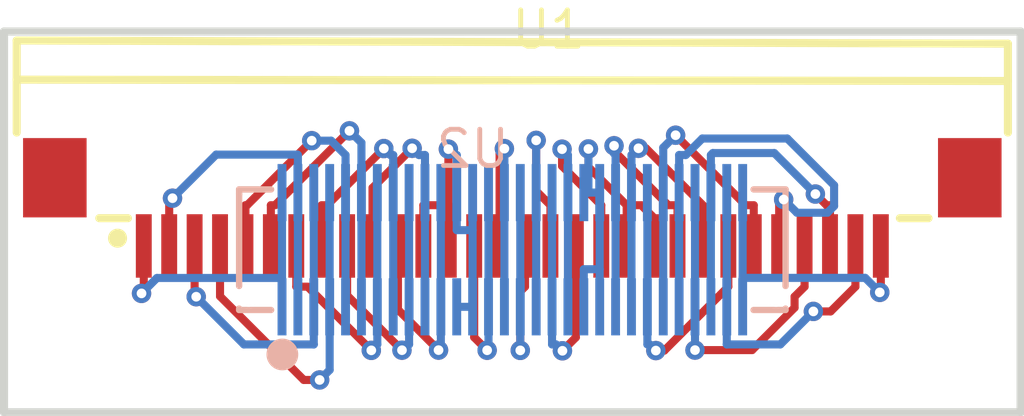
<source format=kicad_pcb>
(kicad_pcb (version 20171130) (host pcbnew "(5.1.5)-3") (page "A4") (layers (0 "F.Cu" signal) (31 "B.Cu" signal) (32 "B.Adhes" user) (33 "F.Adhes" user) (34 "B.Paste" user) (35 "F.Paste" user) (36 "B.SilkS" user) (37 "F.SilkS" user) (38 "B.Mask" user) (39 "F.Mask" user) (40 "Dwgs.User" user) (41 "Cmts.User" user) (42 "Eco1.User" user) (43 "Eco2.User" user) (44 "Edge.Cuts" user) (45 "Margin" user) (46 "B.CrtYd" user) (47 "F.CrtYd" user) (48 "B.Fab" user hide) (49 "F.Fab" user hide)) (net 0 "") (net 1 "P1") (net 2 "P10") (net 3 "P11") (net 4 "P12") (net 5 "P14") (net 6 "P15") (net 7 "P16") (net 8 "P17") (net 9 "P18") (net 10 "P19") (net 11 "P2") (net 12 "P20") (net 13 "P22") (net 14 "P23") (net 15 "P24") (net 16 "P25") (net 17 "P26") (net 18 "P27") (net 19 "P28") (net 20 "P29") (net 21 "P3") (net 22 "P30") (net 23 "P31") (net 24 "P32") (net 25 "P4") (net 26 "P5") (net 27 "P6") (net 28 "P7") (net 29 "P8") (net 30 "P9") (segment (start 15.787 64.928) (end 15.787 68.528) (width 0.254) (layer "B.Cu") (net 25)) (segment (start 15.471 70.833) (end 15.787 70.517) (width 0.254) (layer "B.Cu") (net 25)) (segment (start 15.787 70.517) (end 15.787 68.528) (width 0.254) (layer "B.Cu") (net 25)) (segment (start 16.787 68.528) (end 16.787 64.928) (width 0.254) (layer "B.Cu") (net 27)) (segment (start 16.787 64.928) (end 16.787 63.358) (width 0.254) (layer "B.Cu") (net 27)) (segment (start 16.787 63.358) (end 16.41 62.982) (width 0.254) (layer "B.Cu") (net 27)) (segment (start 19.287 68.528) (end 19.287 64.928) (width 0.254) (layer "B.Cu") (net 3)) (segment (start 19.287 69.712) (end 19.214 69.784) (width 0.254) (layer "B.Cu") (net 3)) (segment (start 19.214 69.784) (end 19.214 69.893) (width 0.254) (layer "B.Cu") (net 3)) (segment (start 19.287 68.528) (end 19.287 69.712) (width 0.254) (layer "B.Cu") (net 3)) (segment (start 18.287 64.928) (end 18.287 68.528) (width 0.254) (layer "B.Cu") (net 30)) (segment (start 18.287 69.712) (end 18.246 69.712) (width 0.254) (layer "B.Cu") (net 30)) (segment (start 18.246 69.712) (end 18.063 69.895) (width 0.254) (layer "B.Cu") (net 30)) (segment (start 18.287 68.528) (end 18.287 69.712) (width 0.254) (layer "B.Cu") (net 30)) (segment (start 18.787 68.528) (end 18.787 64.928) (width 0.254) (layer "B.Cu") (net 2)) (segment (start 18.787 63.744) (end 18.595 63.744) (width 0.254) (layer "B.Cu") (net 2)) (segment (start 18.595 63.744) (end 18.383 63.532) (width 0.254) (layer "B.Cu") (net 2)) (segment (start 18.787 64.928) (end 18.787 63.744) (width 0.254) (layer "B.Cu") (net 2)) (segment (start 22.787 69.712) (end 22.912 69.712) (width 0.254) (layer "B.Cu") (net 9)) (segment (start 22.912 69.712) (end 23.114 69.914) (width 0.254) (layer "B.Cu") (net 9)) (segment (start 22.787 68.528) (end 22.787 69.712) (width 0.254) (layer "B.Cu") (net 9)) (segment (start 22.787 64.928) (end 22.787 68.528) (width 0.254) (layer "B.Cu") (net 9)) (segment (start 21.787 68.528) (end 21.787 64.928) (width 0.254) (layer "B.Cu") (net 7)) (segment (start 21.787 69.901) (end 21.787 68.528) (width 0.254) (layer "B.Cu") (net 7)) (segment (start 24.787 68.528) (end 24.787 64.928) (width 0.254) (layer "B.Cu") (net 13)) (segment (start 24.787 63.744) (end 24.738 63.696) (width 0.254) (layer "B.Cu") (net 13)) (segment (start 24.738 63.696) (end 24.738 63.452) (width 0.254) (layer "B.Cu") (net 13)) (segment (start 24.787 64.928) (end 24.787 63.744) (width 0.254) (layer "B.Cu") (net 13)) (segment (start 26.287 68.528) (end 26.287 64.928) (width 0.254) (layer "B.Cu") (net 16)) (segment (start 26.287 64.928) (end 26.287 63.51) (width 0.254) (layer "B.Cu") (net 16)) (segment (start 26.287 63.51) (end 26.676 63.12) (width 0.254) (layer "B.Cu") (net 16)) (segment (start 23.787 68.528) (end 23.787 67.344) (width 0.254) (layer "B.Cu") (net 12)) (segment (start 24.287 67.344) (end 23.787 67.344) (width 0.254) (layer "B.Cu") (net 12)) (segment (start 24.287 64.928) (end 24.287 67.344) (width 0.254) (layer "B.Cu") (net 12)) (segment (start 24.287 67.344) (end 24.287 68.528) (width 0.254) (layer "B.Cu") (net 12)) (segment (start 23.932 64.928) (end 23.932 63.552) (width 0.254) (layer "B.Cu") (net 12)) (segment (start 24.287 64.928) (end 23.932 64.928) (width 0.254) (layer "B.Cu") (net 12)) (segment (start 23.932 64.928) (end 23.787 64.928) (width 0.254) (layer "B.Cu") (net 12)) (segment (start 20.287 68.528) (end 19.787 68.528) (width 0.254) (layer "B.Cu") (net 4)) (segment (start 19.787 63.744) (end 19.709 63.744) (width 0.254) (layer "B.Cu") (net 4)) (segment (start 19.709 63.744) (end 19.524 63.559) (width 0.254) (layer "B.Cu") (net 4)) (segment (start 19.787 64.928) (end 19.787 63.744) (width 0.254) (layer "B.Cu") (net 4)) (segment (start 19.787 64.928) (end 19.787 66.112) (width 0.254) (layer "B.Cu") (net 4)) (segment (start 20.287 66.112) (end 19.787 66.112) (width 0.254) (layer "B.Cu") (net 4)) (segment (start 20.287 64.928) (end 20.287 66.112) (width 0.254) (layer "B.Cu") (net 4)) (segment (start 20.287 66.112) (end 20.287 68.528) (width 0.254) (layer "B.Cu") (net 4)) (segment (start 26.787 68.528) (end 26.787 64.928) (width 0.254) (layer "B.Cu") (net 17)) (segment (start 26.787 64.928) (end 26.787 63.744) (width 0.254) (layer "B.Cu") (net 17)) (segment (start 26.787 63.744) (end 26.996 63.744) (width 0.254) (layer "B.Cu") (net 17)) (segment (start 26.996 63.744) (end 27.516 63.224) (width 0.254) (layer "B.Cu") (net 17)) (segment (start 27.516 63.224) (end 30.191 63.224) (width 0.254) (layer "B.Cu") (net 17)) (segment (start 30.191 63.224) (end 31.665 64.698) (width 0.254) (layer "B.Cu") (net 17)) (segment (start 31.665 64.698) (end 31.665 65.352) (width 0.254) (layer "B.Cu") (net 17)) (segment (start 31.665 65.352) (end 31.454 65.563) (width 0.254) (layer "B.Cu") (net 17)) (segment (start 31.454 65.563) (end 30.495 65.563) (width 0.254) (layer "B.Cu") (net 17)) (segment (start 30.495 65.563) (end 30.077 65.146) (width 0.254) (layer "B.Cu") (net 17)) (segment (start 27.787 64.928) (end 27.787 68.528) (width 0.254) (layer "B.Cu") (net 19)) (segment (start 27.787 64.928) (end 27.787 63.744) (width 0.254) (layer "B.Cu") (net 19)) (segment (start 27.787 63.744) (end 27.849 63.682) (width 0.254) (layer "B.Cu") (net 19)) (segment (start 27.849 63.682) (end 29.784 63.682) (width 0.254) (layer "B.Cu") (net 19)) (segment (start 29.784 63.682) (end 31.076 64.974) (width 0.254) (layer "B.Cu") (net 19)) (segment (start 27.287 64.928) (end 27.287 68.528) (width 0.254) (layer "B.Cu") (net 18)) (segment (start 27.287 68.528) (end 27.287 69.892) (width 0.254) (layer "B.Cu") (net 18)) (segment (start 28.787 64.928) (end 28.787 67.616) (width 0.254) (layer "B.Cu") (net 22)) (segment (start 28.787 67.616) (end 28.787 68.528) (width 0.254) (layer "B.Cu") (net 22)) (segment (start 28.787 67.616) (end 32.645 67.616) (width 0.254) (layer "B.Cu") (net 22)) (segment (start 32.645 67.616) (end 33.102 68.073) (width 0.254) (layer "B.Cu") (net 22)) (segment (start 28.287 68.528) (end 28.287 64.928) (width 0.254) (layer "B.Cu") (net 20)) (segment (start 28.287 68.528) (end 28.287 69.712) (width 0.254) (layer "B.Cu") (net 20)) (segment (start 28.287 69.712) (end 28.288 69.713) (width 0.254) (layer "B.Cu") (net 20)) (segment (start 28.288 69.713) (end 29.973 69.713) (width 0.254) (layer "B.Cu") (net 20)) (segment (start 29.973 69.713) (end 31.013 68.673) (width 0.254) (layer "B.Cu") (net 20)) (segment (start 23.287 68.528) (end 23.287 64.928) (width 0.254) (layer "B.Cu") (net 10)) (segment (start 23.287 64.928) (end 23.287 63.744) (width 0.254) (layer "B.Cu") (net 10)) (segment (start 23.287 63.744) (end 23.102 63.56) (width 0.254) (layer "B.Cu") (net 10)) (segment (start 25.787 64.928) (end 25.787 68.528) (width 0.254) (layer "B.Cu") (net 15)) (segment (start 25.787 69.712) (end 25.859 69.712) (width 0.254) (layer "B.Cu") (net 15)) (segment (start 25.859 69.712) (end 26.054 69.907) (width 0.254) (layer "B.Cu") (net 15)) (segment (start 25.787 68.528) (end 25.787 69.712) (width 0.254) (layer "B.Cu") (net 15)) (segment (start 25.287 68.528) (end 25.287 64.928) (width 0.254) (layer "B.Cu") (net 14)) (segment (start 25.287 63.744) (end 25.295 63.744) (width 0.254) (layer "B.Cu") (net 14)) (segment (start 25.295 63.744) (end 25.507 63.532) (width 0.254) (layer "B.Cu") (net 14)) (segment (start 25.287 64.928) (end 25.287 63.744) (width 0.254) (layer "B.Cu") (net 14)) (segment (start 20.787 64.928) (end 20.787 68.528) (width 0.254) (layer "B.Cu") (net 5)) (segment (start 20.787 69.712) (end 20.744 69.754) (width 0.254) (layer "B.Cu") (net 5)) (segment (start 20.744 69.754) (end 20.744 69.897) (width 0.254) (layer "B.Cu") (net 5)) (segment (start 20.787 68.528) (end 20.787 69.712) (width 0.254) (layer "B.Cu") (net 5)) (segment (start 21.287 68.528) (end 21.287 64.928) (width 0.254) (layer "B.Cu") (net 6)) (segment (start 21.287 64.928) (end 21.287 63.543) (width 0.254) (layer "B.Cu") (net 6)) (segment (start 22.287 68.528) (end 22.287 64.928) (width 0.254) (layer "B.Cu") (net 8)) (segment (start 22.287 64.928) (end 22.287 63.282) (width 0.254) (layer "B.Cu") (net 8)) (segment (start 17.287 64.928) (end 17.287 68.528) (width 0.254) (layer "B.Cu") (net 28)) (segment (start 17.287 68.528) (end 17.287 69.712) (width 0.254) (layer "B.Cu") (net 28)) (segment (start 17.287 69.712) (end 17.098 69.9) (width 0.254) (layer "B.Cu") (net 28)) (segment (start 17.787 68.528) (end 17.787 64.928) (width 0.254) (layer "B.Cu") (net 29)) (segment (start 17.787 64.928) (end 17.787 63.744) (width 0.254) (layer "B.Cu") (net 29)) (segment (start 17.787 63.744) (end 17.696 63.744) (width 0.254) (layer "B.Cu") (net 29)) (segment (start 17.696 63.744) (end 17.492 63.54) (width 0.254) (layer "B.Cu") (net 29)) (segment (start 16.287 68.528) (end 16.287 64.928) (width 0.254) (layer "B.Cu") (net 26)) (segment (start 16.287 64.928) (end 16.287 63.744) (width 0.254) (layer "B.Cu") (net 26)) (segment (start 16.287 63.744) (end 15.834 63.292) (width 0.254) (layer "B.Cu") (net 26)) (segment (start 15.834 63.292) (end 15.222 63.292) (width 0.254) (layer "B.Cu") (net 26)) (segment (start 15.287 64.928) (end 15.287 68.528) (width 0.254) (layer "B.Cu") (net 21)) (segment (start 15.287 68.528) (end 15.287 69.712) (width 0.254) (layer "B.Cu") (net 21)) (segment (start 15.287 69.712) (end 15.286 69.713) (width 0.254) (layer "B.Cu") (net 21)) (segment (start 15.286 69.713) (end 13.088 69.713) (width 0.254) (layer "B.Cu") (net 21)) (segment (start 13.088 69.713) (end 11.586 68.21) (width 0.254) (layer "B.Cu") (net 21)) (segment (start 14.787 68.528) (end 14.787 64.928) (width 0.254) (layer "B.Cu") (net 11)) (segment (start 14.787 63.744) (end 14.774 63.731) (width 0.254) (layer "B.Cu") (net 11)) (segment (start 14.774 63.731) (end 12.214 63.731) (width 0.254) (layer "B.Cu") (net 11)) (segment (start 12.214 63.731) (end 10.84 65.105) (width 0.254) (layer "B.Cu") (net 11)) (segment (start 14.787 64.928) (end 14.787 63.744) (width 0.254) (layer "B.Cu") (net 11)) (segment (start 14.287 65.52) (end 14.287 66.112) (width 0.254) (layer "B.Cu") (net 1)) (segment (start 14.287 65.52) (end 14.287 64.928) (width 0.254) (layer "B.Cu") (net 1)) (segment (start 14.287 67.619) (end 10.35 67.619) (width 0.254) (layer "B.Cu") (net 1)) (segment (start 10.35 67.619) (end 9.865 68.105) (width 0.254) (layer "B.Cu") (net 1)) (segment (start 14.287 66.112) (end 14.287 67.619) (width 0.254) (layer "B.Cu") (net 1)) (segment (start 14.287 67.619) (end 14.287 68.528) (width 0.254) (layer "B.Cu") (net 1)) (gr_line (start 5.537 59.852) (end 37.537 59.852) (width 0.254) (layer "Edge.Cuts")) (gr_line (start 37.537 59.852) (end 37.537 71.852) (width 0.254) (layer "Edge.Cuts")) (gr_line (start 37.537 71.852) (end 5.537 71.852) (width 0.254) (layer "Edge.Cuts")) (gr_line (start 5.537 71.852) (end 5.537 59.852) (width 0.254) (layer "Edge.Cuts")) (segment (start 12.336 66.609) (end 12.336 68.197) (width 0.254) (layer "F.Cu") (net 25)) (segment (start 12.336 68.197) (end 14.972 70.833) (width 0.254) (layer "F.Cu") (net 25)) (segment (start 14.972 70.833) (end 15.471 70.833) (width 0.254) (layer "F.Cu") (net 25)) (segment (start 13.936 66.609) (end 13.936 65.326) (width 0.254) (layer "F.Cu") (net 27)) (segment (start 16.41 62.982) (end 14.066 65.326) (width 0.254) (layer "F.Cu") (net 27)) (segment (start 14.066 65.326) (end 13.936 65.326) (width 0.254) (layer "F.Cu") (net 27)) (segment (start 19.214 69.893) (end 17.936 68.615) (width 0.254) (layer "F.Cu") (net 3)) (segment (start 17.936 68.615) (end 17.936 66.609) (width 0.254) (layer "F.Cu") (net 3)) (segment (start 18.063 69.895) (end 16.336 68.168) (width 0.254) (layer "F.Cu") (net 30)) (segment (start 16.336 68.168) (end 16.336 66.609) (width 0.254) (layer "F.Cu") (net 30)) (segment (start 18.383 63.532) (end 17.136 64.779) (width 0.254) (layer "F.Cu") (net 2)) (segment (start 17.136 64.779) (end 17.136 66.609) (width 0.254) (layer "F.Cu") (net 2)) (segment (start 23.536 66.609) (end 23.536 69.492) (width 0.254) (layer "F.Cu") (net 9)) (segment (start 23.536 69.492) (end 23.114 69.914) (width 0.254) (layer "F.Cu") (net 9)) (segment (start 21.936 67.893) (end 21.787 68.043) (width 0.254) (layer "F.Cu") (net 7)) (segment (start 21.787 68.043) (end 21.787 69.901) (width 0.254) (layer "F.Cu") (net 7)) (segment (start 21.936 66.609) (end 21.936 67.893) (width 0.254) (layer "F.Cu") (net 7)) (segment (start 26.736 66.609) (end 26.736 65.326) (width 0.254) (layer "F.Cu") (net 13)) (segment (start 24.738 63.452) (end 24.738 63.619) (width 0.254) (layer "F.Cu") (net 13)) (segment (start 24.738 63.619) (end 26.445 65.326) (width 0.254) (layer "F.Cu") (net 13)) (segment (start 26.445 65.326) (end 26.736 65.326) (width 0.254) (layer "F.Cu") (net 13)) (segment (start 29.136 66.609) (end 29.136 65.326) (width 0.254) (layer "F.Cu") (net 16)) (segment (start 29.136 65.326) (end 28.882 65.326) (width 0.254) (layer "F.Cu") (net 16)) (segment (start 28.882 65.326) (end 26.676 63.12) (width 0.254) (layer "F.Cu") (net 16)) (segment (start 25.936 66.609) (end 25.936 65.666) (width 0.254) (layer "F.Cu") (net 12)) (segment (start 25.936 65.666) (end 25.596 65.326) (width 0.254) (layer "F.Cu") (net 12)) (segment (start 25.596 65.326) (end 25.136 65.326) (width 0.254) (layer "F.Cu") (net 12)) (segment (start 25.136 66.609) (end 25.136 65.326) (width 0.254) (layer "F.Cu") (net 12)) (segment (start 23.932 63.552) (end 23.932 64.122) (width 0.254) (layer "F.Cu") (net 12)) (segment (start 23.932 64.122) (end 25.136 65.326) (width 0.254) (layer "F.Cu") (net 12)) (segment (start 18.736 66.609) (end 18.736 65.326) (width 0.254) (layer "F.Cu") (net 4)) (segment (start 19.536 66.609) (end 19.536 65.326) (width 0.254) (layer "F.Cu") (net 4)) (segment (start 19.524 65.326) (end 19.524 63.559) (width 0.254) (layer "F.Cu") (net 4)) (segment (start 19.536 65.326) (end 19.524 65.326) (width 0.254) (layer "F.Cu") (net 4)) (segment (start 19.524 65.326) (end 18.736 65.326) (width 0.254) (layer "F.Cu") (net 4)) (segment (start 29.936 66.609) (end 29.936 65.287) (width 0.254) (layer "F.Cu") (net 17)) (segment (start 29.936 65.287) (end 30.077 65.146) (width 0.254) (layer "F.Cu") (net 17)) (segment (start 31.536 66.609) (end 31.536 65.326) (width 0.254) (layer "F.Cu") (net 19)) (segment (start 31.536 65.326) (end 31.428 65.326) (width 0.254) (layer "F.Cu") (net 19)) (segment (start 31.428 65.326) (end 31.076 64.974) (width 0.254) (layer "F.Cu") (net 19)) (segment (start 30.736 66.609) (end 30.736 67.893) (width 0.254) (layer "F.Cu") (net 18)) (segment (start 30.736 67.893) (end 30.421 68.208) (width 0.254) (layer "F.Cu") (net 18)) (segment (start 30.421 68.208) (end 30.421 68.555) (width 0.254) (layer "F.Cu") (net 18)) (segment (start 30.421 68.555) (end 29.084 69.892) (width 0.254) (layer "F.Cu") (net 18)) (segment (start 29.084 69.892) (end 27.287 69.892) (width 0.254) (layer "F.Cu") (net 18)) (segment (start 33.136 66.609) (end 33.136 68.039) (width 0.254) (layer "F.Cu") (net 22)) (segment (start 33.136 68.039) (end 33.102 68.073) (width 0.254) (layer "F.Cu") (net 22)) (segment (start 32.336 66.609) (end 32.336 67.893) (width 0.254) (layer "F.Cu") (net 20)) (segment (start 32.336 67.893) (end 31.556 68.673) (width 0.254) (layer "F.Cu") (net 20)) (segment (start 31.556 68.673) (end 31.013 68.673) (width 0.254) (layer "F.Cu") (net 20)) (segment (start 24.336 66.609) (end 24.336 65.326) (width 0.254) (layer "F.Cu") (net 10)) (segment (start 24.336 65.326) (end 23.102 64.092) (width 0.254) (layer "F.Cu") (net 10)) (segment (start 23.102 64.092) (end 23.102 63.56) (width 0.254) (layer "F.Cu") (net 10)) (segment (start 28.336 66.609) (end 28.336 67.893) (width 0.254) (layer "F.Cu") (net 15)) (segment (start 28.336 67.893) (end 26.322 69.907) (width 0.254) (layer "F.Cu") (net 15)) (segment (start 26.322 69.907) (end 26.054 69.907) (width 0.254) (layer "F.Cu") (net 15)) (segment (start 25.507 63.532) (end 25.743 63.532) (width 0.254) (layer "F.Cu") (net 14)) (segment (start 25.743 63.532) (end 27.536 65.326) (width 0.254) (layer "F.Cu") (net 14)) (segment (start 27.536 66.609) (end 27.536 65.326) (width 0.254) (layer "F.Cu") (net 14)) (segment (start 20.336 66.609) (end 20.336 69.49) (width 0.254) (layer "F.Cu") (net 5)) (segment (start 20.336 69.49) (end 20.744 69.897) (width 0.254) (layer "F.Cu") (net 5)) (segment (start 21.136 66.609) (end 21.136 63.693) (width 0.254) (layer "F.Cu") (net 6)) (segment (start 21.136 63.693) (end 21.287 63.543) (width 0.254) (layer "F.Cu") (net 6)) (segment (start 22.736 66.609) (end 22.736 65.326) (width 0.254) (layer "F.Cu") (net 8)) (segment (start 22.736 65.326) (end 22.287 64.876) (width 0.254) (layer "F.Cu") (net 8)) (segment (start 22.287 64.876) (end 22.287 63.282) (width 0.254) (layer "F.Cu") (net 8)) (segment (start 22.287 63.282) (end 22.287 63.282) (width 0.254) (layer "F.Cu") (net 8)) (segment (start 14.736 67.893) (end 15.092 67.893) (width 0.254) (layer "F.Cu") (net 28)) (segment (start 15.092 67.893) (end 17.098 69.9) (width 0.254) (layer "F.Cu") (net 28)) (segment (start 14.736 66.609) (end 14.736 67.893) (width 0.254) (layer "F.Cu") (net 28)) (segment (start 15.536 66.609) (end 15.536 65.326) (width 0.254) (layer "F.Cu") (net 29)) (segment (start 17.492 63.54) (end 15.706 65.326) (width 0.254) (layer "F.Cu") (net 29)) (segment (start 15.706 65.326) (end 15.536 65.326) (width 0.254) (layer "F.Cu") (net 29)) (segment (start 13.136 66.609) (end 13.136 65.326) (width 0.254) (layer "F.Cu") (net 26)) (segment (start 15.222 63.292) (end 13.188 65.326) (width 0.254) (layer "F.Cu") (net 26)) (segment (start 13.188 65.326) (end 13.136 65.326) (width 0.254) (layer "F.Cu") (net 26)) (segment (start 11.536 66.609) (end 11.536 68.161) (width 0.254) (layer "F.Cu") (net 21)) (segment (start 11.536 68.161) (end 11.586 68.21) (width 0.254) (layer "F.Cu") (net 21)) (segment (start 10.84 65.105) (end 10.736 65.209) (width 0.254) (layer "F.Cu") (net 11)) (segment (start 10.736 65.209) (end 10.736 66.609) (width 0.254) (layer "F.Cu") (net 11)) (segment (start 9.865 68.105) (end 9.936 68.033) (width 0.254) (layer "F.Cu") (net 1)) (segment (start 9.936 68.033) (end 9.936 66.609) (width 0.254) (layer "F.Cu") (net 1)) (module "easyeda:FPC-SMD_30P-P0.80_AFC08-S30ECC-00" (layer "F.Cu") (at 21.536 65.535) (attr smd) (fp_text value "FPC-SMD_30P-P0.80_AFC08-S30ECC-00" (at -0.108 -7.519 0) (layer "F.Fab") hide (effects (font (size 1.143 1.143) (thickness 0.152)) (justify left))) (fp_text reference "U1" (at -0.108 -5.741 0) (layer "F.SilkS") (effects (font (size 1.143 1.143) (thickness 0.152)) (justify left))) (fp_circle (center -11.616 0.773) (end -11.466 0.773) (layer "Cmts.User") (width 0.3)) (fp_line (start -15.6 -4.166) (end 15.6 -4.124) (width 0.254) (layer "F.SilkS")) (fp_line (start -13 0.2) (end -12.1 0.2) (width 0.254) (layer "F.SilkS")) (fp_line (start 12.2 0.2) (end 13.1 0.2) (width 0.254) (layer "F.SilkS")) (fp_line (start -15.6 -2.5) (end -15.6 -5.4) (width 0.254) (layer "F.SilkS")) (fp_line (start -15.6 -5.4) (end 15.6 -5.3) (width 0.254) (layer "F.SilkS")) (fp_line (start 15.6 -5.3) (end 15.6 -2.5) (width 0.254) (layer "F.SilkS")) (fp_circle (center -12.426 0.83) (end -12.276 0.83) (layer "F.SilkS") (width 0.3)) (pad 1 smd rect (at -11.6 1.075 180) (size 0.5 2) (layers "F.Cu" "F.Paste" "F.Mask") (net 1 "P1")) (pad 2 smd rect (at -10.8 1.075 180) (size 0.5 2) (layers "F.Cu" "F.Paste" "F.Mask") (net 11 "P2")) (pad 3 smd rect (at -10 1.075 180) (size 0.5 2) (layers "F.Cu" "F.Paste" "F.Mask") (net 21 "P3")) (pad 4 smd rect (at -9.2 1.075 180) (size 0.5 2) (layers "F.Cu" "F.Paste" "F.Mask") (net 25 "P4")) (pad 5 smd rect (at -8.4 1.075 180) (size 0.5 2) (layers "F.Cu" "F.Paste" "F.Mask") (net 26 "P5")) (pad 6 smd rect (at -7.6 1.075 180) (size 0.5 2) (layers "F.Cu" "F.Paste" "F.Mask") (net 27 "P6")) (pad 7 smd rect (at -6.8 1.075 180) (size 0.5 2) (layers "F.Cu" "F.Paste" "F.Mask") (net 28 "P7")) (pad 8 smd rect (at -6 1.075 180) (size 0.5 2) (layers "F.Cu" "F.Paste" "F.Mask") (net 29 "P8")) (pad 9 smd rect (at -5.2 1.075 180) (size 0.5 2) (layers "F.Cu" "F.Paste" "F.Mask") (net 30 "P9")) (pad 10 smd rect (at -4.4 1.075 180) (size 0.5 2) (layers "F.Cu" "F.Paste" "F.Mask") (net 2 "P10")) (pad 11 smd rect (at -3.6 1.075 180) (size 0.5 2) (layers "F.Cu" "F.Paste" "F.Mask") (net 3 "P11")) (pad 12 smd rect (at -2.8 1.075 180) (size 0.5 2) (layers "F.Cu" "F.Paste" "F.Mask") (net 4 "P12")) (pad 13 smd rect (at -2 1.075 180) (size 0.5 2) (layers "F.Cu" "F.Paste" "F.Mask") (net 4 "P12")) (pad 14 smd rect (at -1.2 1.075 180) (size 0.5 2) (layers "F.Cu" "F.Paste" "F.Mask") (net 5 "P14")) (pad 15 smd rect (at -0.4 1.075 180) (size 0.5 2) (layers "F.Cu" "F.Paste" "F.Mask") (net 6 "P15")) (pad 16 smd rect (at 0.4 1.075 180) (size 0.5 2) (layers "F.Cu" "F.Paste" "F.Mask") (net 7 "P16")) (pad 17 smd rect (at 1.2 1.075 180) (size 0.5 2) (layers "F.Cu" "F.Paste" "F.Mask") (net 8 "P17")) (pad 18 smd rect (at 2 1.075 180) (size 0.5 2) (layers "F.Cu" "F.Paste" "F.Mask") (net 9 "P18")) (pad 19 smd rect (at 2.8 1.075 180) (size 0.5 2) (layers "F.Cu" "F.Paste" "F.Mask") (net 10 "P19")) (pad 20 smd rect (at 3.6 1.075 180) (size 0.5 2) (layers "F.Cu" "F.Paste" "F.Mask") (net 12 "P20")) (pad 21 smd rect (at 4.4 1.075 180) (size 0.5 2) (layers "F.Cu" "F.Paste" "F.Mask") (net 12 "P20")) (pad 22 smd rect (at 5.2 1.075 180) (size 0.5 2) (layers "F.Cu" "F.Paste" "F.Mask") (net 13 "P22")) (pad 23 smd rect (at 6 1.075 180) (size 0.5 2) (layers "F.Cu" "F.Paste" "F.Mask") (net 14 "P23")) (pad 24 smd rect (at 6.8 1.075 180) (size 0.5 2) (layers "F.Cu" "F.Paste" "F.Mask") (net 15 "P24")) (pad 25 smd rect (at 7.6 1.075 180) (size 0.5 2) (layers "F.Cu" "F.Paste" "F.Mask") (net 16 "P25")) (pad 26 smd rect (at 8.4 1.075 180) (size 0.5 2) (layers "F.Cu" "F.Paste" "F.Mask") (net 17 "P26")) (pad 27 smd rect (at 9.2 1.075 180) (size 0.5 2) (layers "F.Cu" "F.Paste" "F.Mask") (net 18 "P27")) (pad 28 smd rect (at 10 1.075 180) (size 0.5 2) (layers "F.Cu" "F.Paste" "F.Mask") (net 19 "P28")) (pad 29 smd rect (at 10.8 1.075 180) (size 0.5 2) (layers "F.Cu" "F.Paste" "F.Mask") (net 20 "P29")) (pad 30 smd rect (at 11.6 1.075 180) (size 0.5 2) (layers "F.Cu" "F.Paste" "F.Mask") (net 22 "P30")) (pad 31 smd rect (at 14.4 -1.075 180) (size 2 2.5) (layers "F.Cu" "F.Paste" "F.Mask") (net 23 "P31")) (pad 32 smd rect (at -14.4 -1.075 180) (size 2 2.5) (layers "F.Cu" "F.Paste" "F.Mask") (net 24 "P32")) (fp_text user gge832 (at 0 0) (layer "Cmts.User") (effects (font (size 1 1) (thickness 0.15))))) (module "easyeda:CONN-SMD_60P-P0.50_SMT50L1720W380H230-60FEMALE" (layer "F.Cu") (at 21.537 66.728) (attr smd) (fp_text value "CONN-SMD_60P-P0.50_SMT50L1720W380H230-60FEMALE" (at 0 -4.953 0) (layer "B.Fab") hide (effects (font (size 1.143 1.143) (thickness 0.152)) (justify left mirror))) (fp_text reference "U2" (at 0 -3.175 0) (layer "B.SilkS") (effects (font (size 1.143 1.143) (thickness 0.152)) (justify left mirror))) (fp_circle (center -7.239 3.175) (end -6.989 3.175) (layer "Cmts.User") (width 0.5)) (fp_circle (center 8.3 1.5) (end 8.425 1.5) (layer "Cmts.User") (width 0.25)) (fp_circle (center -8.3 1.5) (end -8.175 1.5) (layer "Cmts.User") (width 0.25)) (fp_line (start -8.6 1.856) (end -8.6 1.9) (width 0.2) (layer "B.SilkS")) (fp_line (start -8.6 1.9) (end -7.594 1.9) (width 0.2) (layer "B.SilkS")) (fp_line (start -7.594 -1.9) (end -8.6 -1.9) (width 0.2) (layer "B.SilkS")) (fp_line (start -8.6 -1.9) (end -8.6 -1.75) (width 0.2) (layer "B.SilkS")) (fp_line (start -8.6 -1.75) (end -8.6 1.144) (width 0.2) (layer "B.SilkS")) (fp_line (start 8.6 1.144) (end 8.6 -1.9) (width 0.2) (layer "B.SilkS")) (fp_line (start 8.6 -1.9) (end 7.594 -1.9) (width 0.2) (layer "B.SilkS")) (fp_line (start 7.594 1.9) (end 8.6 1.9) (width 0.2) (layer "B.SilkS")) (fp_line (start 8.6 1.9) (end 8.6 1.856) (width 0.2) (layer "B.SilkS")) (fp_circle (center -7.239 3.302) (end -6.989 3.302) (layer "B.SilkS") (width 0.5)) (pad 1 smd rect (at -7.25 1.8 180) (size 0.28 1.8) (layers "B.Cu" "B.Paste" "B.Mask") (net 1 "P1")) (pad 2 smd rect (at -7.25 -1.8 180) (size 0.28 1.8) (layers "B.Cu" "B.Paste" "B.Mask") (net 1 "P1")) (pad 3 smd rect (at -6.75 1.8 180) (size 0.28 1.8) (layers "B.Cu" "B.Paste" "B.Mask") (net 11 "P2")) (pad 4 smd rect (at -6.75 -1.8 180) (size 0.28 1.8) (layers "B.Cu" "B.Paste" "B.Mask") (net 11 "P2")) (pad 5 smd rect (at -6.25 1.8 180) (size 0.28 1.8) (layers "B.Cu" "B.Paste" "B.Mask") (net 21 "P3")) (pad 6 smd rect (at -6.25 -1.8 180) (size 0.28 1.8) (layers "B.Cu" "B.Paste" "B.Mask") (net 21 "P3")) (pad 7 smd rect (at -5.75 1.8 180) (size 0.28 1.8) (layers "B.Cu" "B.Paste" "B.Mask") (net 25 "P4")) (pad 8 smd rect (at -5.75 -1.8 180) (size 0.28 1.8) (layers "B.Cu" "B.Paste" "B.Mask") (net 25 "P4")) (pad 9 smd rect (at -5.25 1.8 180) (size 0.28 1.8) (layers "B.Cu" "B.Paste" "B.Mask") (net 26 "P5")) (pad 10 smd rect (at -5.25 -1.8 180) (size 0.28 1.8) (layers "B.Cu" "B.Paste" "B.Mask") (net 26 "P5")) (pad 11 smd rect (at -4.75 1.8 180) (size 0.28 1.8) (layers "B.Cu" "B.Paste" "B.Mask") (net 27 "P6")) (pad 12 smd rect (at -4.75 -1.8 180) (size 0.28 1.8) (layers "B.Cu" "B.Paste" "B.Mask") (net 27 "P6")) (pad 13 smd rect (at -4.25 1.8 180) (size 0.28 1.8) (layers "B.Cu" "B.Paste" "B.Mask") (net 28 "P7")) (pad 14 smd rect (at -4.25 -1.8 180) (size 0.28 1.8) (layers "B.Cu" "B.Paste" "B.Mask") (net 28 "P7")) (pad 15 smd rect (at -3.75 1.8 180) (size 0.28 1.8) (layers "B.Cu" "B.Paste" "B.Mask") (net 29 "P8")) (pad 16 smd rect (at -3.75 -1.8 180) (size 0.28 1.8) (layers "B.Cu" "B.Paste" "B.Mask") (net 29 "P8")) (pad 17 smd rect (at -3.25 1.8 180) (size 0.28 1.8) (layers "B.Cu" "B.Paste" "B.Mask") (net 30 "P9")) (pad 18 smd rect (at -3.25 -1.8 180) (size 0.28 1.8) (layers "B.Cu" "B.Paste" "B.Mask") (net 30 "P9")) (pad 19 smd rect (at -2.75 1.8 180) (size 0.28 1.8) (layers "B.Cu" "B.Paste" "B.Mask") (net 2 "P10")) (pad 20 smd rect (at -2.75 -1.8 180) (size 0.28 1.8) (layers "B.Cu" "B.Paste" "B.Mask") (net 2 "P10")) (pad 21 smd rect (at -2.25 1.8 180) (size 0.28 1.8) (layers "B.Cu" "B.Paste" "B.Mask") (net 3 "P11")) (pad 22 smd rect (at -2.25 -1.8 180) (size 0.28 1.8) (layers "B.Cu" "B.Paste" "B.Mask") (net 3 "P11")) (pad 23 smd rect (at -1.75 1.8 180) (size 0.28 1.8) (layers "B.Cu" "B.Paste" "B.Mask") (net 4 "P12")) (pad 24 smd rect (at -1.75 -1.8 180) (size 0.28 1.8) (layers "B.Cu" "B.Paste" "B.Mask") (net 4 "P12")) (pad 25 smd rect (at -1.25 1.8 180) (size 0.28 1.8) (layers "B.Cu" "B.Paste" "B.Mask") (net 4 "P12")) (pad 26 smd rect (at -1.25 -1.8 180) (size 0.28 1.8) (layers "B.Cu" "B.Paste" "B.Mask") (net 4 "P12")) (pad 27 smd rect (at -0.75 1.8 180) (size 0.28 1.8) (layers "B.Cu" "B.Paste" "B.Mask") (net 5 "P14")) (pad 28 smd rect (at -0.75 -1.8 180) (size 0.28 1.8) (layers "B.Cu" "B.Paste" "B.Mask") (net 5 "P14")) (pad 29 smd rect (at -0.25 1.8 180) (size 0.28 1.8) (layers "B.Cu" "B.Paste" "B.Mask") (net 6 "P15")) (pad 30 smd rect (at -0.25 -1.8 180) (size 0.28 1.8) (layers "B.Cu" "B.Paste" "B.Mask") (net 6 "P15")) (pad 31 smd rect (at 0.25 1.8 180) (size 0.28 1.8) (layers "B.Cu" "B.Paste" "B.Mask") (net 7 "P16")) (pad 32 smd rect (at 0.25 -1.8 180) (size 0.28 1.8) (layers "B.Cu" "B.Paste" "B.Mask") (net 7 "P16")) (pad 33 smd rect (at 0.75 1.8 180) (size 0.28 1.8) (layers "B.Cu" "B.Paste" "B.Mask") (net 8 "P17")) (pad 34 smd rect (at 0.75 -1.8 180) (size 0.28 1.8) (layers "B.Cu" "B.Paste" "B.Mask") (net 8 "P17")) (pad 35 smd rect (at 1.25 1.8 180) (size 0.28 1.8) (layers "B.Cu" "B.Paste" "B.Mask") (net 9 "P18")) (pad 36 smd rect (at 1.25 -1.8 180) (size 0.28 1.8) (layers "B.Cu" "B.Paste" "B.Mask") (net 9 "P18")) (pad 37 smd rect (at 1.75 1.8 180) (size 0.28 1.8) (layers "B.Cu" "B.Paste" "B.Mask") (net 10 "P19")) (pad 38 smd rect (at 1.75 -1.8 180) (size 0.28 1.8) (layers "B.Cu" "B.Paste" "B.Mask") (net 10 "P19")) (pad 39 smd rect (at 2.25 1.8 180) (size 0.28 1.8) (layers "B.Cu" "B.Paste" "B.Mask") (net 12 "P20")) (pad 40 smd rect (at 2.25 -1.8 180) (size 0.28 1.8) (layers "B.Cu" "B.Paste" "B.Mask") (net 12 "P20")) (pad 41 smd rect (at 2.75 1.8 180) (size 0.28 1.8) (layers "B.Cu" "B.Paste" "B.Mask") (net 12 "P20")) (pad 42 smd rect (at 2.75 -1.8 180) (size 0.28 1.8) (layers "B.Cu" "B.Paste" "B.Mask") (net 12 "P20")) (pad 43 smd rect (at 3.25 1.8 180) (size 0.28 1.8) (layers "B.Cu" "B.Paste" "B.Mask") (net 13 "P22")) (pad 44 smd rect (at 3.25 -1.8 180) (size 0.28 1.8) (layers "B.Cu" "B.Paste" "B.Mask") (net 13 "P22")) (pad 45 smd rect (at 3.75 1.8 180) (size 0.28 1.8) (layers "B.Cu" "B.Paste" "B.Mask") (net 14 "P23")) (pad 46 smd rect (at 3.75 -1.8 180) (size 0.28 1.8) (layers "B.Cu" "B.Paste" "B.Mask") (net 14 "P23")) (pad 47 smd rect (at 4.25 1.8 180) (size 0.28 1.8) (layers "B.Cu" "B.Paste" "B.Mask") (net 15 "P24")) (pad 48 smd rect (at 4.25 -1.8 180) (size 0.28 1.8) (layers "B.Cu" "B.Paste" "B.Mask") (net 15 "P24")) (pad 49 smd rect (at 4.75 1.8 180) (size 0.28 1.8) (layers "B.Cu" "B.Paste" "B.Mask") (net 16 "P25")) (pad 50 smd rect (at 4.75 -1.8 180) (size 0.28 1.8) (layers "B.Cu" "B.Paste" "B.Mask") (net 16 "P25")) (pad 51 smd rect (at 5.25 1.8 180) (size 0.28 1.8) (layers "B.Cu" "B.Paste" "B.Mask") (net 17 "P26")) (pad 52 smd rect (at 5.25 -1.8 180) (size 0.28 1.8) (layers "B.Cu" "B.Paste" "B.Mask") (net 17 "P26")) (pad 53 smd rect (at 5.75 1.8 180) (size 0.28 1.8) (layers "B.Cu" "B.Paste" "B.Mask") (net 18 "P27")) (pad 54 smd rect (at 5.75 -1.8 180) (size 0.28 1.8) (layers "B.Cu" "B.Paste" "B.Mask") (net 18 "P27")) (pad 55 smd rect (at 6.25 1.8 180) (size 0.28 1.8) (layers "B.Cu" "B.Paste" "B.Mask") (net 19 "P28")) (pad 56 smd rect (at 6.25 -1.8 180) (size 0.28 1.8) (layers "B.Cu" "B.Paste" "B.Mask") (net 19 "P28")) (pad 57 smd rect (at 6.75 1.8 180) (size 0.28 1.8) (layers "B.Cu" "B.Paste" "B.Mask") (net 20 "P29")) (pad 58 smd rect (at 6.75 -1.8 180) (size 0.28 1.8) (layers "B.Cu" "B.Paste" "B.Mask") (net 20 "P29")) (pad 59 smd rect (at 7.25 1.8 180) (size 0.28 1.8) (layers "B.Cu" "B.Paste" "B.Mask") (net 22 "P30")) (pad 60 smd rect (at 7.25 -1.8 180) (size 0.28 1.8) (layers "B.Cu" "B.Paste" "B.Mask") (net 22 "P30")) (pad "" np_thru_hole circle (at 8.3 1.5) (size 0.6 0.6) (drill 0.6) (layers "*.Cu" "*.Mask")) (pad "" np_thru_hole circle (at -8.3 1.5) (size 0.6 0.6) (drill 0.6) (layers "*.Cu" "*.Mask")) (fp_text user gge50033 (at 0 0) (layer "Cmts.User") (effects (font (size 1 1) (thickness 0.15))))) (via (at 9.865 68.105) (size 0.61) (drill 0.305) (layers "F.Cu" "B.Cu") (net 1)) (via (at 10.84 65.105) (size 0.61) (drill 0.305) (layers "F.Cu" "B.Cu") (net 11)) (via (at 11.586 68.21) (size 0.61) (drill 0.305) (layers "F.Cu" "B.Cu") (net 21)) (via (at 15.222 63.292) (size 0.61) (drill 0.305) (layers "F.Cu" "B.Cu") (net 26)) (via (at 17.492 63.54) (size 0.61) (drill 0.305) (layers "F.Cu" "B.Cu") (net 29)) (via (at 17.098 69.9) (size 0.61) (drill 0.305) (layers "F.Cu" "B.Cu") (net 28)) (via (at 22.287 63.282) (size 0.61) (drill 0.305) (layers "F.Cu" "B.Cu") (net 8)) (via (at 21.287 63.543) (size 0.61) (drill 0.305) (layers "F.Cu" "B.Cu") (net 6)) (via (at 20.744 69.897) (size 0.61) (drill 0.305) (layers "F.Cu" "B.Cu") (net 5)) (via (at 25.507 63.532) (size 0.61) (drill 0.305) (layers "F.Cu" "B.Cu") (net 14)) (via (at 26.054 69.907) (size 0.61) (drill 0.305) (layers "F.Cu" "B.Cu") (net 15)) (via (at 23.102 63.56) (size 0.61) (drill 0.305) (layers "F.Cu" "B.Cu") (net 10)) (via (at 31.013 68.673) (size 0.61) (drill 0.305) (layers "F.Cu" "B.Cu") (net 20)) (via (at 33.102 68.073) (size 0.61) (drill 0.305) (layers "F.Cu" "B.Cu") (net 22)) (via (at 27.287 69.892) (size 0.61) (drill 0.305) (layers "F.Cu" "B.Cu") (net 18)) (via (at 31.076 64.974) (size 0.61) (drill 0.305) (layers "F.Cu" "B.Cu") (net 19)) (via (at 30.077 65.146) (size 0.61) (drill 0.305) (layers "F.Cu" "B.Cu") (net 17)) (via (at 19.524 63.559) (size 0.61) (drill 0.305) (layers "F.Cu" "B.Cu") (net 4)) (via (at 23.932 63.552) (size 0.61) (drill 0.305) (layers "F.Cu" "B.Cu") (net 12)) (via (at 26.676 63.12) (size 0.61) (drill 0.305) (layers "F.Cu" "B.Cu") (net 16)) (via (at 24.738 63.452) (size 0.61) (drill 0.305) (layers "F.Cu" "B.Cu") (net 13)) (via (at 21.787 69.901) (size 0.61) (drill 0.305) (layers "F.Cu" "B.Cu") (net 7)) (via (at 23.114 69.914) (size 0.61) (drill 0.305) (layers "F.Cu" "B.Cu") (net 9)) (via (at 18.383 63.532) (size 0.61) (drill 0.305) (layers "F.Cu" "B.Cu") (net 2)) (via (at 18.063 69.895) (size 0.61) (drill 0.305) (layers "F.Cu" "B.Cu") (net 30)) (via (at 19.214 69.893) (size 0.61) (drill 0.305) (layers "F.Cu" "B.Cu") (net 3)) (via (at 16.41 62.982) (size 0.61) (drill 0.305) (layers "F.Cu" "B.Cu") (net 27)) (via (at 15.471 70.833) (size 0.61) (drill 0.305) (layers "F.Cu" "B.Cu") (net 25)))
</source>
